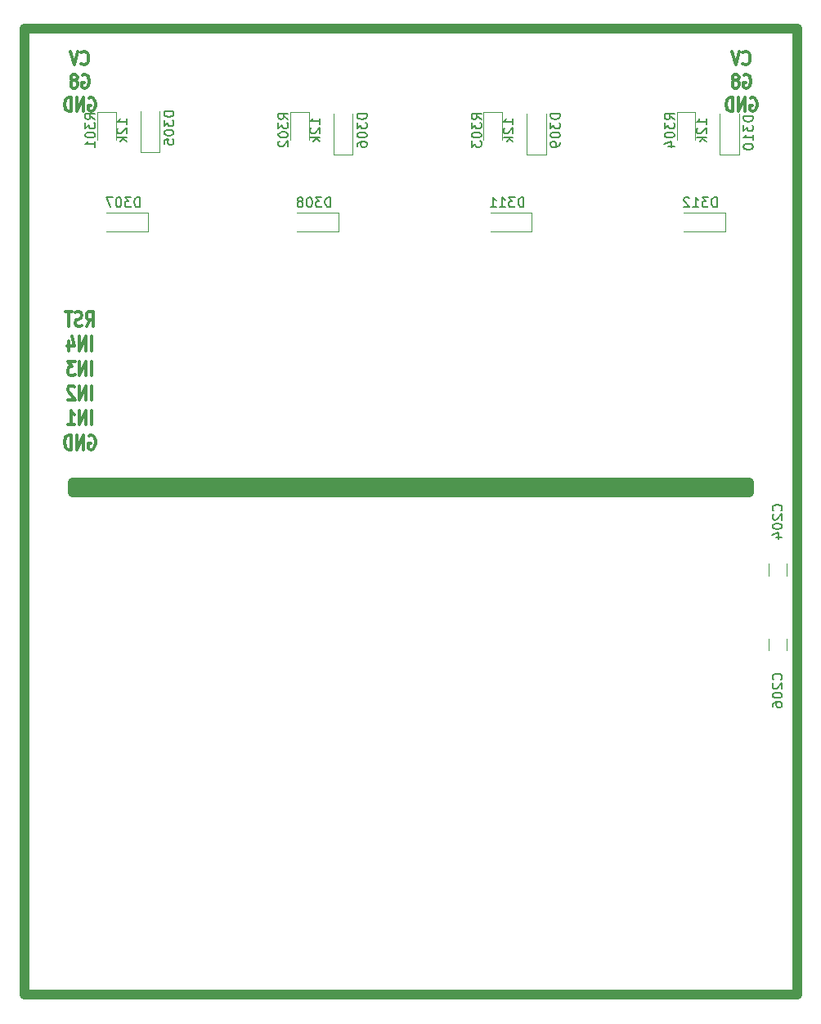
<source format=gbr>
%TF.GenerationSoftware,KiCad,Pcbnew,(5.1.0)-1*%
%TF.CreationDate,2019-09-30T23:49:38+02:00*%
%TF.ProjectId,KicadJE_SympleSeq,4b696361-644a-4455-9f53-796d706c6553,Rev A*%
%TF.SameCoordinates,Original*%
%TF.FileFunction,Legend,Bot*%
%TF.FilePolarity,Positive*%
%FSLAX46Y46*%
G04 Gerber Fmt 4.6, Leading zero omitted, Abs format (unit mm)*
G04 Created by KiCad (PCBNEW (5.1.0)-1) date 2019-09-30 23:49:38*
%MOMM*%
%LPD*%
G04 APERTURE LIST*
%ADD10C,0.300000*%
%ADD11C,1.000000*%
%ADD12C,0.120000*%
%ADD13C,0.150000*%
G04 APERTURE END LIST*
D10*
X174392857Y-53600000D02*
X174450000Y-53666666D01*
X174621428Y-53733333D01*
X174735714Y-53733333D01*
X174907142Y-53666666D01*
X175021428Y-53533333D01*
X175078571Y-53400000D01*
X175135714Y-53133333D01*
X175135714Y-52933333D01*
X175078571Y-52666666D01*
X175021428Y-52533333D01*
X174907142Y-52400000D01*
X174735714Y-52333333D01*
X174621428Y-52333333D01*
X174450000Y-52400000D01*
X174392857Y-52466666D01*
X174050000Y-52333333D02*
X173650000Y-53733333D01*
X173250000Y-52333333D01*
X174507142Y-54800000D02*
X174621428Y-54733333D01*
X174792857Y-54733333D01*
X174964285Y-54800000D01*
X175078571Y-54933333D01*
X175135714Y-55066666D01*
X175192857Y-55333333D01*
X175192857Y-55533333D01*
X175135714Y-55800000D01*
X175078571Y-55933333D01*
X174964285Y-56066666D01*
X174792857Y-56133333D01*
X174678571Y-56133333D01*
X174507142Y-56066666D01*
X174450000Y-56000000D01*
X174450000Y-55533333D01*
X174678571Y-55533333D01*
X173764285Y-55333333D02*
X173878571Y-55266666D01*
X173935714Y-55200000D01*
X173992857Y-55066666D01*
X173992857Y-55000000D01*
X173935714Y-54866666D01*
X173878571Y-54800000D01*
X173764285Y-54733333D01*
X173535714Y-54733333D01*
X173421428Y-54800000D01*
X173364285Y-54866666D01*
X173307142Y-55000000D01*
X173307142Y-55066666D01*
X173364285Y-55200000D01*
X173421428Y-55266666D01*
X173535714Y-55333333D01*
X173764285Y-55333333D01*
X173878571Y-55400000D01*
X173935714Y-55466666D01*
X173992857Y-55600000D01*
X173992857Y-55866666D01*
X173935714Y-56000000D01*
X173878571Y-56066666D01*
X173764285Y-56133333D01*
X173535714Y-56133333D01*
X173421428Y-56066666D01*
X173364285Y-56000000D01*
X173307142Y-55866666D01*
X173307142Y-55600000D01*
X173364285Y-55466666D01*
X173421428Y-55400000D01*
X173535714Y-55333333D01*
X175164285Y-57200000D02*
X175278571Y-57133333D01*
X175450000Y-57133333D01*
X175621428Y-57200000D01*
X175735714Y-57333333D01*
X175792857Y-57466666D01*
X175850000Y-57733333D01*
X175850000Y-57933333D01*
X175792857Y-58200000D01*
X175735714Y-58333333D01*
X175621428Y-58466666D01*
X175450000Y-58533333D01*
X175335714Y-58533333D01*
X175164285Y-58466666D01*
X175107142Y-58400000D01*
X175107142Y-57933333D01*
X175335714Y-57933333D01*
X174592857Y-58533333D02*
X174592857Y-57133333D01*
X173907142Y-58533333D01*
X173907142Y-57133333D01*
X173335714Y-58533333D02*
X173335714Y-57133333D01*
X173050000Y-57133333D01*
X172878571Y-57200000D01*
X172764285Y-57333333D01*
X172707142Y-57466666D01*
X172650000Y-57733333D01*
X172650000Y-57933333D01*
X172707142Y-58200000D01*
X172764285Y-58333333D01*
X172878571Y-58466666D01*
X173050000Y-58533333D01*
X173335714Y-58533333D01*
X105892857Y-53600000D02*
X105950000Y-53666666D01*
X106121428Y-53733333D01*
X106235714Y-53733333D01*
X106407142Y-53666666D01*
X106521428Y-53533333D01*
X106578571Y-53400000D01*
X106635714Y-53133333D01*
X106635714Y-52933333D01*
X106578571Y-52666666D01*
X106521428Y-52533333D01*
X106407142Y-52400000D01*
X106235714Y-52333333D01*
X106121428Y-52333333D01*
X105950000Y-52400000D01*
X105892857Y-52466666D01*
X105550000Y-52333333D02*
X105150000Y-53733333D01*
X104750000Y-52333333D01*
X106007142Y-54800000D02*
X106121428Y-54733333D01*
X106292857Y-54733333D01*
X106464285Y-54800000D01*
X106578571Y-54933333D01*
X106635714Y-55066666D01*
X106692857Y-55333333D01*
X106692857Y-55533333D01*
X106635714Y-55800000D01*
X106578571Y-55933333D01*
X106464285Y-56066666D01*
X106292857Y-56133333D01*
X106178571Y-56133333D01*
X106007142Y-56066666D01*
X105950000Y-56000000D01*
X105950000Y-55533333D01*
X106178571Y-55533333D01*
X105264285Y-55333333D02*
X105378571Y-55266666D01*
X105435714Y-55200000D01*
X105492857Y-55066666D01*
X105492857Y-55000000D01*
X105435714Y-54866666D01*
X105378571Y-54800000D01*
X105264285Y-54733333D01*
X105035714Y-54733333D01*
X104921428Y-54800000D01*
X104864285Y-54866666D01*
X104807142Y-55000000D01*
X104807142Y-55066666D01*
X104864285Y-55200000D01*
X104921428Y-55266666D01*
X105035714Y-55333333D01*
X105264285Y-55333333D01*
X105378571Y-55400000D01*
X105435714Y-55466666D01*
X105492857Y-55600000D01*
X105492857Y-55866666D01*
X105435714Y-56000000D01*
X105378571Y-56066666D01*
X105264285Y-56133333D01*
X105035714Y-56133333D01*
X104921428Y-56066666D01*
X104864285Y-56000000D01*
X104807142Y-55866666D01*
X104807142Y-55600000D01*
X104864285Y-55466666D01*
X104921428Y-55400000D01*
X105035714Y-55333333D01*
X106664285Y-57200000D02*
X106778571Y-57133333D01*
X106950000Y-57133333D01*
X107121428Y-57200000D01*
X107235714Y-57333333D01*
X107292857Y-57466666D01*
X107350000Y-57733333D01*
X107350000Y-57933333D01*
X107292857Y-58200000D01*
X107235714Y-58333333D01*
X107121428Y-58466666D01*
X106950000Y-58533333D01*
X106835714Y-58533333D01*
X106664285Y-58466666D01*
X106607142Y-58400000D01*
X106607142Y-57933333D01*
X106835714Y-57933333D01*
X106092857Y-58533333D02*
X106092857Y-57133333D01*
X105407142Y-58533333D01*
X105407142Y-57133333D01*
X104835714Y-58533333D02*
X104835714Y-57133333D01*
X104550000Y-57133333D01*
X104378571Y-57200000D01*
X104264285Y-57333333D01*
X104207142Y-57466666D01*
X104150000Y-57733333D01*
X104150000Y-57933333D01*
X104207142Y-58200000D01*
X104264285Y-58333333D01*
X104378571Y-58466666D01*
X104550000Y-58533333D01*
X104835714Y-58533333D01*
X106407142Y-80803571D02*
X106807142Y-80089285D01*
X107092857Y-80803571D02*
X107092857Y-79303571D01*
X106635714Y-79303571D01*
X106521428Y-79375000D01*
X106464285Y-79446428D01*
X106407142Y-79589285D01*
X106407142Y-79803571D01*
X106464285Y-79946428D01*
X106521428Y-80017857D01*
X106635714Y-80089285D01*
X107092857Y-80089285D01*
X105950000Y-80732142D02*
X105778571Y-80803571D01*
X105492857Y-80803571D01*
X105378571Y-80732142D01*
X105321428Y-80660714D01*
X105264285Y-80517857D01*
X105264285Y-80375000D01*
X105321428Y-80232142D01*
X105378571Y-80160714D01*
X105492857Y-80089285D01*
X105721428Y-80017857D01*
X105835714Y-79946428D01*
X105892857Y-79875000D01*
X105950000Y-79732142D01*
X105950000Y-79589285D01*
X105892857Y-79446428D01*
X105835714Y-79375000D01*
X105721428Y-79303571D01*
X105435714Y-79303571D01*
X105264285Y-79375000D01*
X104921428Y-79303571D02*
X104235714Y-79303571D01*
X104578571Y-80803571D02*
X104578571Y-79303571D01*
X106950000Y-83353571D02*
X106950000Y-81853571D01*
X106378571Y-83353571D02*
X106378571Y-81853571D01*
X105692857Y-83353571D01*
X105692857Y-81853571D01*
X104607142Y-82353571D02*
X104607142Y-83353571D01*
X104892857Y-81782142D02*
X105178571Y-82853571D01*
X104435714Y-82853571D01*
X106950000Y-85903571D02*
X106950000Y-84403571D01*
X106378571Y-85903571D02*
X106378571Y-84403571D01*
X105692857Y-85903571D01*
X105692857Y-84403571D01*
X105235714Y-84403571D02*
X104492857Y-84403571D01*
X104892857Y-84975000D01*
X104721428Y-84975000D01*
X104607142Y-85046428D01*
X104550000Y-85117857D01*
X104492857Y-85260714D01*
X104492857Y-85617857D01*
X104550000Y-85760714D01*
X104607142Y-85832142D01*
X104721428Y-85903571D01*
X105064285Y-85903571D01*
X105178571Y-85832142D01*
X105235714Y-85760714D01*
X106950000Y-88453571D02*
X106950000Y-86953571D01*
X106378571Y-88453571D02*
X106378571Y-86953571D01*
X105692857Y-88453571D01*
X105692857Y-86953571D01*
X105178571Y-87096428D02*
X105121428Y-87025000D01*
X105007142Y-86953571D01*
X104721428Y-86953571D01*
X104607142Y-87025000D01*
X104550000Y-87096428D01*
X104492857Y-87239285D01*
X104492857Y-87382142D01*
X104550000Y-87596428D01*
X105235714Y-88453571D01*
X104492857Y-88453571D01*
X106950000Y-91003571D02*
X106950000Y-89503571D01*
X106378571Y-91003571D02*
X106378571Y-89503571D01*
X105692857Y-91003571D01*
X105692857Y-89503571D01*
X104492857Y-91003571D02*
X105178571Y-91003571D01*
X104835714Y-91003571D02*
X104835714Y-89503571D01*
X104950000Y-89717857D01*
X105064285Y-89860714D01*
X105178571Y-89932142D01*
X106664285Y-92125000D02*
X106778571Y-92053571D01*
X106950000Y-92053571D01*
X107121428Y-92125000D01*
X107235714Y-92267857D01*
X107292857Y-92410714D01*
X107350000Y-92696428D01*
X107350000Y-92910714D01*
X107292857Y-93196428D01*
X107235714Y-93339285D01*
X107121428Y-93482142D01*
X106950000Y-93553571D01*
X106835714Y-93553571D01*
X106664285Y-93482142D01*
X106607142Y-93410714D01*
X106607142Y-92910714D01*
X106835714Y-92910714D01*
X106092857Y-93553571D02*
X106092857Y-92053571D01*
X105407142Y-93553571D01*
X105407142Y-92053571D01*
X104835714Y-93553571D02*
X104835714Y-92053571D01*
X104550000Y-92053571D01*
X104378571Y-92125000D01*
X104264285Y-92267857D01*
X104207142Y-92410714D01*
X104150000Y-92696428D01*
X104150000Y-92910714D01*
X104207142Y-93196428D01*
X104264285Y-93339285D01*
X104378571Y-93482142D01*
X104550000Y-93553571D01*
X104835714Y-93553571D01*
D11*
X105000000Y-96950000D02*
X105000000Y-97950000D01*
X175000000Y-96950000D02*
X175000000Y-97950000D01*
X105000000Y-96950000D02*
X175000000Y-96950000D01*
X175000000Y-97950000D02*
X105000000Y-97950000D01*
X180000000Y-50000000D02*
X100000000Y-50000000D01*
X180000000Y-150000000D02*
X180000000Y-50000000D01*
X100000000Y-150000000D02*
X180000000Y-150000000D01*
X100000000Y-50000000D02*
X100000000Y-150000000D01*
D12*
X177090000Y-105397936D02*
X177090000Y-106602064D01*
X178910000Y-105397936D02*
X178910000Y-106602064D01*
X177090000Y-113147936D02*
X177090000Y-114352064D01*
X178910000Y-113147936D02*
X178910000Y-114352064D01*
X109460000Y-58640000D02*
X109460000Y-61500000D01*
X107540000Y-58640000D02*
X109460000Y-58640000D01*
X107540000Y-61500000D02*
X107540000Y-58640000D01*
X127540000Y-61475000D02*
X127540000Y-58615000D01*
X127540000Y-58615000D02*
X129460000Y-58615000D01*
X129460000Y-58615000D02*
X129460000Y-61475000D01*
X149460000Y-58640000D02*
X149460000Y-61500000D01*
X147540000Y-58640000D02*
X149460000Y-58640000D01*
X147540000Y-61500000D02*
X147540000Y-58640000D01*
X167540000Y-61500000D02*
X167540000Y-58640000D01*
X167540000Y-58640000D02*
X169460000Y-58640000D01*
X169460000Y-58640000D02*
X169460000Y-61500000D01*
X114000000Y-58500000D02*
X114000000Y-62800000D01*
X114000000Y-62800000D02*
X112000000Y-62800000D01*
X112000000Y-62800000D02*
X112000000Y-58500000D01*
X132000000Y-63050000D02*
X132000000Y-58750000D01*
X134000000Y-63050000D02*
X132000000Y-63050000D01*
X134000000Y-58750000D02*
X134000000Y-63050000D01*
X108500000Y-69000000D02*
X112800000Y-69000000D01*
X112800000Y-69000000D02*
X112800000Y-71000000D01*
X112800000Y-71000000D02*
X108500000Y-71000000D01*
X132550000Y-71000000D02*
X128250000Y-71000000D01*
X132550000Y-69000000D02*
X132550000Y-71000000D01*
X128250000Y-69000000D02*
X132550000Y-69000000D01*
X152000000Y-63050000D02*
X152000000Y-58750000D01*
X154000000Y-63050000D02*
X152000000Y-63050000D01*
X154000000Y-58750000D02*
X154000000Y-63050000D01*
X174000000Y-58750000D02*
X174000000Y-63050000D01*
X174000000Y-63050000D02*
X172000000Y-63050000D01*
X172000000Y-63050000D02*
X172000000Y-58750000D01*
X152550000Y-71000000D02*
X148250000Y-71000000D01*
X152550000Y-69000000D02*
X152550000Y-71000000D01*
X148250000Y-69000000D02*
X152550000Y-69000000D01*
X168250000Y-69000000D02*
X172550000Y-69000000D01*
X172550000Y-69000000D02*
X172550000Y-71000000D01*
X172550000Y-71000000D02*
X168250000Y-71000000D01*
D13*
X178357142Y-99880952D02*
X178404761Y-99833333D01*
X178452380Y-99690476D01*
X178452380Y-99595238D01*
X178404761Y-99452380D01*
X178309523Y-99357142D01*
X178214285Y-99309523D01*
X178023809Y-99261904D01*
X177880952Y-99261904D01*
X177690476Y-99309523D01*
X177595238Y-99357142D01*
X177500000Y-99452380D01*
X177452380Y-99595238D01*
X177452380Y-99690476D01*
X177500000Y-99833333D01*
X177547619Y-99880952D01*
X177547619Y-100261904D02*
X177500000Y-100309523D01*
X177452380Y-100404761D01*
X177452380Y-100642857D01*
X177500000Y-100738095D01*
X177547619Y-100785714D01*
X177642857Y-100833333D01*
X177738095Y-100833333D01*
X177880952Y-100785714D01*
X178452380Y-100214285D01*
X178452380Y-100833333D01*
X177452380Y-101452380D02*
X177452380Y-101547619D01*
X177500000Y-101642857D01*
X177547619Y-101690476D01*
X177642857Y-101738095D01*
X177833333Y-101785714D01*
X178071428Y-101785714D01*
X178261904Y-101738095D01*
X178357142Y-101690476D01*
X178404761Y-101642857D01*
X178452380Y-101547619D01*
X178452380Y-101452380D01*
X178404761Y-101357142D01*
X178357142Y-101309523D01*
X178261904Y-101261904D01*
X178071428Y-101214285D01*
X177833333Y-101214285D01*
X177642857Y-101261904D01*
X177547619Y-101309523D01*
X177500000Y-101357142D01*
X177452380Y-101452380D01*
X177785714Y-102642857D02*
X178452380Y-102642857D01*
X177404761Y-102404761D02*
X178119047Y-102166666D01*
X178119047Y-102785714D01*
X178357142Y-117380952D02*
X178404761Y-117333333D01*
X178452380Y-117190476D01*
X178452380Y-117095238D01*
X178404761Y-116952380D01*
X178309523Y-116857142D01*
X178214285Y-116809523D01*
X178023809Y-116761904D01*
X177880952Y-116761904D01*
X177690476Y-116809523D01*
X177595238Y-116857142D01*
X177500000Y-116952380D01*
X177452380Y-117095238D01*
X177452380Y-117190476D01*
X177500000Y-117333333D01*
X177547619Y-117380952D01*
X177547619Y-117761904D02*
X177500000Y-117809523D01*
X177452380Y-117904761D01*
X177452380Y-118142857D01*
X177500000Y-118238095D01*
X177547619Y-118285714D01*
X177642857Y-118333333D01*
X177738095Y-118333333D01*
X177880952Y-118285714D01*
X178452380Y-117714285D01*
X178452380Y-118333333D01*
X177452380Y-118952380D02*
X177452380Y-119047619D01*
X177500000Y-119142857D01*
X177547619Y-119190476D01*
X177642857Y-119238095D01*
X177833333Y-119285714D01*
X178071428Y-119285714D01*
X178261904Y-119238095D01*
X178357142Y-119190476D01*
X178404761Y-119142857D01*
X178452380Y-119047619D01*
X178452380Y-118952380D01*
X178404761Y-118857142D01*
X178357142Y-118809523D01*
X178261904Y-118761904D01*
X178071428Y-118714285D01*
X177833333Y-118714285D01*
X177642857Y-118761904D01*
X177547619Y-118809523D01*
X177500000Y-118857142D01*
X177452380Y-118952380D01*
X177452380Y-120142857D02*
X177452380Y-119952380D01*
X177500000Y-119857142D01*
X177547619Y-119809523D01*
X177690476Y-119714285D01*
X177880952Y-119666666D01*
X178261904Y-119666666D01*
X178357142Y-119714285D01*
X178404761Y-119761904D01*
X178452380Y-119857142D01*
X178452380Y-120047619D01*
X178404761Y-120142857D01*
X178357142Y-120190476D01*
X178261904Y-120238095D01*
X178023809Y-120238095D01*
X177928571Y-120190476D01*
X177880952Y-120142857D01*
X177833333Y-120047619D01*
X177833333Y-119857142D01*
X177880952Y-119761904D01*
X177928571Y-119714285D01*
X178023809Y-119666666D01*
X107302380Y-59380952D02*
X106826190Y-59047619D01*
X107302380Y-58809523D02*
X106302380Y-58809523D01*
X106302380Y-59190476D01*
X106350000Y-59285714D01*
X106397619Y-59333333D01*
X106492857Y-59380952D01*
X106635714Y-59380952D01*
X106730952Y-59333333D01*
X106778571Y-59285714D01*
X106826190Y-59190476D01*
X106826190Y-58809523D01*
X106302380Y-59714285D02*
X106302380Y-60333333D01*
X106683333Y-60000000D01*
X106683333Y-60142857D01*
X106730952Y-60238095D01*
X106778571Y-60285714D01*
X106873809Y-60333333D01*
X107111904Y-60333333D01*
X107207142Y-60285714D01*
X107254761Y-60238095D01*
X107302380Y-60142857D01*
X107302380Y-59857142D01*
X107254761Y-59761904D01*
X107207142Y-59714285D01*
X106302380Y-60952380D02*
X106302380Y-61047619D01*
X106350000Y-61142857D01*
X106397619Y-61190476D01*
X106492857Y-61238095D01*
X106683333Y-61285714D01*
X106921428Y-61285714D01*
X107111904Y-61238095D01*
X107207142Y-61190476D01*
X107254761Y-61142857D01*
X107302380Y-61047619D01*
X107302380Y-60952380D01*
X107254761Y-60857142D01*
X107207142Y-60809523D01*
X107111904Y-60761904D01*
X106921428Y-60714285D01*
X106683333Y-60714285D01*
X106492857Y-60761904D01*
X106397619Y-60809523D01*
X106350000Y-60857142D01*
X106302380Y-60952380D01*
X107302380Y-62238095D02*
X107302380Y-61666666D01*
X107302380Y-61952380D02*
X106302380Y-61952380D01*
X106445238Y-61857142D01*
X106540476Y-61761904D01*
X106588095Y-61666666D01*
X110602380Y-59904761D02*
X110602380Y-59333333D01*
X110602380Y-59619047D02*
X109602380Y-59619047D01*
X109745238Y-59523809D01*
X109840476Y-59428571D01*
X109888095Y-59333333D01*
X109697619Y-60285714D02*
X109650000Y-60333333D01*
X109602380Y-60428571D01*
X109602380Y-60666666D01*
X109650000Y-60761904D01*
X109697619Y-60809523D01*
X109792857Y-60857142D01*
X109888095Y-60857142D01*
X110030952Y-60809523D01*
X110602380Y-60238095D01*
X110602380Y-60857142D01*
X110602380Y-61285714D02*
X109602380Y-61285714D01*
X110221428Y-61380952D02*
X110602380Y-61666666D01*
X109935714Y-61666666D02*
X110316666Y-61285714D01*
X127302380Y-59355952D02*
X126826190Y-59022619D01*
X127302380Y-58784523D02*
X126302380Y-58784523D01*
X126302380Y-59165476D01*
X126350000Y-59260714D01*
X126397619Y-59308333D01*
X126492857Y-59355952D01*
X126635714Y-59355952D01*
X126730952Y-59308333D01*
X126778571Y-59260714D01*
X126826190Y-59165476D01*
X126826190Y-58784523D01*
X126302380Y-59689285D02*
X126302380Y-60308333D01*
X126683333Y-59975000D01*
X126683333Y-60117857D01*
X126730952Y-60213095D01*
X126778571Y-60260714D01*
X126873809Y-60308333D01*
X127111904Y-60308333D01*
X127207142Y-60260714D01*
X127254761Y-60213095D01*
X127302380Y-60117857D01*
X127302380Y-59832142D01*
X127254761Y-59736904D01*
X127207142Y-59689285D01*
X126302380Y-60927380D02*
X126302380Y-61022619D01*
X126350000Y-61117857D01*
X126397619Y-61165476D01*
X126492857Y-61213095D01*
X126683333Y-61260714D01*
X126921428Y-61260714D01*
X127111904Y-61213095D01*
X127207142Y-61165476D01*
X127254761Y-61117857D01*
X127302380Y-61022619D01*
X127302380Y-60927380D01*
X127254761Y-60832142D01*
X127207142Y-60784523D01*
X127111904Y-60736904D01*
X126921428Y-60689285D01*
X126683333Y-60689285D01*
X126492857Y-60736904D01*
X126397619Y-60784523D01*
X126350000Y-60832142D01*
X126302380Y-60927380D01*
X126397619Y-61641666D02*
X126350000Y-61689285D01*
X126302380Y-61784523D01*
X126302380Y-62022619D01*
X126350000Y-62117857D01*
X126397619Y-62165476D01*
X126492857Y-62213095D01*
X126588095Y-62213095D01*
X126730952Y-62165476D01*
X127302380Y-61594047D01*
X127302380Y-62213095D01*
X130602380Y-59879761D02*
X130602380Y-59308333D01*
X130602380Y-59594047D02*
X129602380Y-59594047D01*
X129745238Y-59498809D01*
X129840476Y-59403571D01*
X129888095Y-59308333D01*
X129697619Y-60260714D02*
X129650000Y-60308333D01*
X129602380Y-60403571D01*
X129602380Y-60641666D01*
X129650000Y-60736904D01*
X129697619Y-60784523D01*
X129792857Y-60832142D01*
X129888095Y-60832142D01*
X130030952Y-60784523D01*
X130602380Y-60213095D01*
X130602380Y-60832142D01*
X130602380Y-61260714D02*
X129602380Y-61260714D01*
X130221428Y-61355952D02*
X130602380Y-61641666D01*
X129935714Y-61641666D02*
X130316666Y-61260714D01*
X147302380Y-59380952D02*
X146826190Y-59047619D01*
X147302380Y-58809523D02*
X146302380Y-58809523D01*
X146302380Y-59190476D01*
X146350000Y-59285714D01*
X146397619Y-59333333D01*
X146492857Y-59380952D01*
X146635714Y-59380952D01*
X146730952Y-59333333D01*
X146778571Y-59285714D01*
X146826190Y-59190476D01*
X146826190Y-58809523D01*
X146302380Y-59714285D02*
X146302380Y-60333333D01*
X146683333Y-60000000D01*
X146683333Y-60142857D01*
X146730952Y-60238095D01*
X146778571Y-60285714D01*
X146873809Y-60333333D01*
X147111904Y-60333333D01*
X147207142Y-60285714D01*
X147254761Y-60238095D01*
X147302380Y-60142857D01*
X147302380Y-59857142D01*
X147254761Y-59761904D01*
X147207142Y-59714285D01*
X146302380Y-60952380D02*
X146302380Y-61047619D01*
X146350000Y-61142857D01*
X146397619Y-61190476D01*
X146492857Y-61238095D01*
X146683333Y-61285714D01*
X146921428Y-61285714D01*
X147111904Y-61238095D01*
X147207142Y-61190476D01*
X147254761Y-61142857D01*
X147302380Y-61047619D01*
X147302380Y-60952380D01*
X147254761Y-60857142D01*
X147207142Y-60809523D01*
X147111904Y-60761904D01*
X146921428Y-60714285D01*
X146683333Y-60714285D01*
X146492857Y-60761904D01*
X146397619Y-60809523D01*
X146350000Y-60857142D01*
X146302380Y-60952380D01*
X146302380Y-61619047D02*
X146302380Y-62238095D01*
X146683333Y-61904761D01*
X146683333Y-62047619D01*
X146730952Y-62142857D01*
X146778571Y-62190476D01*
X146873809Y-62238095D01*
X147111904Y-62238095D01*
X147207142Y-62190476D01*
X147254761Y-62142857D01*
X147302380Y-62047619D01*
X147302380Y-61761904D01*
X147254761Y-61666666D01*
X147207142Y-61619047D01*
X150602380Y-59904761D02*
X150602380Y-59333333D01*
X150602380Y-59619047D02*
X149602380Y-59619047D01*
X149745238Y-59523809D01*
X149840476Y-59428571D01*
X149888095Y-59333333D01*
X149697619Y-60285714D02*
X149650000Y-60333333D01*
X149602380Y-60428571D01*
X149602380Y-60666666D01*
X149650000Y-60761904D01*
X149697619Y-60809523D01*
X149792857Y-60857142D01*
X149888095Y-60857142D01*
X150030952Y-60809523D01*
X150602380Y-60238095D01*
X150602380Y-60857142D01*
X150602380Y-61285714D02*
X149602380Y-61285714D01*
X150221428Y-61380952D02*
X150602380Y-61666666D01*
X149935714Y-61666666D02*
X150316666Y-61285714D01*
X167302380Y-59380952D02*
X166826190Y-59047619D01*
X167302380Y-58809523D02*
X166302380Y-58809523D01*
X166302380Y-59190476D01*
X166350000Y-59285714D01*
X166397619Y-59333333D01*
X166492857Y-59380952D01*
X166635714Y-59380952D01*
X166730952Y-59333333D01*
X166778571Y-59285714D01*
X166826190Y-59190476D01*
X166826190Y-58809523D01*
X166302380Y-59714285D02*
X166302380Y-60333333D01*
X166683333Y-60000000D01*
X166683333Y-60142857D01*
X166730952Y-60238095D01*
X166778571Y-60285714D01*
X166873809Y-60333333D01*
X167111904Y-60333333D01*
X167207142Y-60285714D01*
X167254761Y-60238095D01*
X167302380Y-60142857D01*
X167302380Y-59857142D01*
X167254761Y-59761904D01*
X167207142Y-59714285D01*
X166302380Y-60952380D02*
X166302380Y-61047619D01*
X166350000Y-61142857D01*
X166397619Y-61190476D01*
X166492857Y-61238095D01*
X166683333Y-61285714D01*
X166921428Y-61285714D01*
X167111904Y-61238095D01*
X167207142Y-61190476D01*
X167254761Y-61142857D01*
X167302380Y-61047619D01*
X167302380Y-60952380D01*
X167254761Y-60857142D01*
X167207142Y-60809523D01*
X167111904Y-60761904D01*
X166921428Y-60714285D01*
X166683333Y-60714285D01*
X166492857Y-60761904D01*
X166397619Y-60809523D01*
X166350000Y-60857142D01*
X166302380Y-60952380D01*
X166635714Y-62142857D02*
X167302380Y-62142857D01*
X166254761Y-61904761D02*
X166969047Y-61666666D01*
X166969047Y-62285714D01*
X170602380Y-59904761D02*
X170602380Y-59333333D01*
X170602380Y-59619047D02*
X169602380Y-59619047D01*
X169745238Y-59523809D01*
X169840476Y-59428571D01*
X169888095Y-59333333D01*
X169697619Y-60285714D02*
X169650000Y-60333333D01*
X169602380Y-60428571D01*
X169602380Y-60666666D01*
X169650000Y-60761904D01*
X169697619Y-60809523D01*
X169792857Y-60857142D01*
X169888095Y-60857142D01*
X170030952Y-60809523D01*
X170602380Y-60238095D01*
X170602380Y-60857142D01*
X170602380Y-61285714D02*
X169602380Y-61285714D01*
X170221428Y-61380952D02*
X170602380Y-61666666D01*
X169935714Y-61666666D02*
X170316666Y-61285714D01*
X115452380Y-58559523D02*
X114452380Y-58559523D01*
X114452380Y-58797619D01*
X114500000Y-58940476D01*
X114595238Y-59035714D01*
X114690476Y-59083333D01*
X114880952Y-59130952D01*
X115023809Y-59130952D01*
X115214285Y-59083333D01*
X115309523Y-59035714D01*
X115404761Y-58940476D01*
X115452380Y-58797619D01*
X115452380Y-58559523D01*
X114452380Y-59464285D02*
X114452380Y-60083333D01*
X114833333Y-59750000D01*
X114833333Y-59892857D01*
X114880952Y-59988095D01*
X114928571Y-60035714D01*
X115023809Y-60083333D01*
X115261904Y-60083333D01*
X115357142Y-60035714D01*
X115404761Y-59988095D01*
X115452380Y-59892857D01*
X115452380Y-59607142D01*
X115404761Y-59511904D01*
X115357142Y-59464285D01*
X114452380Y-60702380D02*
X114452380Y-60797619D01*
X114500000Y-60892857D01*
X114547619Y-60940476D01*
X114642857Y-60988095D01*
X114833333Y-61035714D01*
X115071428Y-61035714D01*
X115261904Y-60988095D01*
X115357142Y-60940476D01*
X115404761Y-60892857D01*
X115452380Y-60797619D01*
X115452380Y-60702380D01*
X115404761Y-60607142D01*
X115357142Y-60559523D01*
X115261904Y-60511904D01*
X115071428Y-60464285D01*
X114833333Y-60464285D01*
X114642857Y-60511904D01*
X114547619Y-60559523D01*
X114500000Y-60607142D01*
X114452380Y-60702380D01*
X114452380Y-61940476D02*
X114452380Y-61464285D01*
X114928571Y-61416666D01*
X114880952Y-61464285D01*
X114833333Y-61559523D01*
X114833333Y-61797619D01*
X114880952Y-61892857D01*
X114928571Y-61940476D01*
X115023809Y-61988095D01*
X115261904Y-61988095D01*
X115357142Y-61940476D01*
X115404761Y-61892857D01*
X115452380Y-61797619D01*
X115452380Y-61559523D01*
X115404761Y-61464285D01*
X115357142Y-61416666D01*
X135452380Y-58809523D02*
X134452380Y-58809523D01*
X134452380Y-59047619D01*
X134500000Y-59190476D01*
X134595238Y-59285714D01*
X134690476Y-59333333D01*
X134880952Y-59380952D01*
X135023809Y-59380952D01*
X135214285Y-59333333D01*
X135309523Y-59285714D01*
X135404761Y-59190476D01*
X135452380Y-59047619D01*
X135452380Y-58809523D01*
X134452380Y-59714285D02*
X134452380Y-60333333D01*
X134833333Y-60000000D01*
X134833333Y-60142857D01*
X134880952Y-60238095D01*
X134928571Y-60285714D01*
X135023809Y-60333333D01*
X135261904Y-60333333D01*
X135357142Y-60285714D01*
X135404761Y-60238095D01*
X135452380Y-60142857D01*
X135452380Y-59857142D01*
X135404761Y-59761904D01*
X135357142Y-59714285D01*
X134452380Y-60952380D02*
X134452380Y-61047619D01*
X134500000Y-61142857D01*
X134547619Y-61190476D01*
X134642857Y-61238095D01*
X134833333Y-61285714D01*
X135071428Y-61285714D01*
X135261904Y-61238095D01*
X135357142Y-61190476D01*
X135404761Y-61142857D01*
X135452380Y-61047619D01*
X135452380Y-60952380D01*
X135404761Y-60857142D01*
X135357142Y-60809523D01*
X135261904Y-60761904D01*
X135071428Y-60714285D01*
X134833333Y-60714285D01*
X134642857Y-60761904D01*
X134547619Y-60809523D01*
X134500000Y-60857142D01*
X134452380Y-60952380D01*
X134452380Y-62142857D02*
X134452380Y-61952380D01*
X134500000Y-61857142D01*
X134547619Y-61809523D01*
X134690476Y-61714285D01*
X134880952Y-61666666D01*
X135261904Y-61666666D01*
X135357142Y-61714285D01*
X135404761Y-61761904D01*
X135452380Y-61857142D01*
X135452380Y-62047619D01*
X135404761Y-62142857D01*
X135357142Y-62190476D01*
X135261904Y-62238095D01*
X135023809Y-62238095D01*
X134928571Y-62190476D01*
X134880952Y-62142857D01*
X134833333Y-62047619D01*
X134833333Y-61857142D01*
X134880952Y-61761904D01*
X134928571Y-61714285D01*
X135023809Y-61666666D01*
X111940476Y-68452380D02*
X111940476Y-67452380D01*
X111702380Y-67452380D01*
X111559523Y-67500000D01*
X111464285Y-67595238D01*
X111416666Y-67690476D01*
X111369047Y-67880952D01*
X111369047Y-68023809D01*
X111416666Y-68214285D01*
X111464285Y-68309523D01*
X111559523Y-68404761D01*
X111702380Y-68452380D01*
X111940476Y-68452380D01*
X111035714Y-67452380D02*
X110416666Y-67452380D01*
X110750000Y-67833333D01*
X110607142Y-67833333D01*
X110511904Y-67880952D01*
X110464285Y-67928571D01*
X110416666Y-68023809D01*
X110416666Y-68261904D01*
X110464285Y-68357142D01*
X110511904Y-68404761D01*
X110607142Y-68452380D01*
X110892857Y-68452380D01*
X110988095Y-68404761D01*
X111035714Y-68357142D01*
X109797619Y-67452380D02*
X109702380Y-67452380D01*
X109607142Y-67500000D01*
X109559523Y-67547619D01*
X109511904Y-67642857D01*
X109464285Y-67833333D01*
X109464285Y-68071428D01*
X109511904Y-68261904D01*
X109559523Y-68357142D01*
X109607142Y-68404761D01*
X109702380Y-68452380D01*
X109797619Y-68452380D01*
X109892857Y-68404761D01*
X109940476Y-68357142D01*
X109988095Y-68261904D01*
X110035714Y-68071428D01*
X110035714Y-67833333D01*
X109988095Y-67642857D01*
X109940476Y-67547619D01*
X109892857Y-67500000D01*
X109797619Y-67452380D01*
X109130952Y-67452380D02*
X108464285Y-67452380D01*
X108892857Y-68452380D01*
X131690476Y-68452380D02*
X131690476Y-67452380D01*
X131452380Y-67452380D01*
X131309523Y-67500000D01*
X131214285Y-67595238D01*
X131166666Y-67690476D01*
X131119047Y-67880952D01*
X131119047Y-68023809D01*
X131166666Y-68214285D01*
X131214285Y-68309523D01*
X131309523Y-68404761D01*
X131452380Y-68452380D01*
X131690476Y-68452380D01*
X130785714Y-67452380D02*
X130166666Y-67452380D01*
X130500000Y-67833333D01*
X130357142Y-67833333D01*
X130261904Y-67880952D01*
X130214285Y-67928571D01*
X130166666Y-68023809D01*
X130166666Y-68261904D01*
X130214285Y-68357142D01*
X130261904Y-68404761D01*
X130357142Y-68452380D01*
X130642857Y-68452380D01*
X130738095Y-68404761D01*
X130785714Y-68357142D01*
X129547619Y-67452380D02*
X129452380Y-67452380D01*
X129357142Y-67500000D01*
X129309523Y-67547619D01*
X129261904Y-67642857D01*
X129214285Y-67833333D01*
X129214285Y-68071428D01*
X129261904Y-68261904D01*
X129309523Y-68357142D01*
X129357142Y-68404761D01*
X129452380Y-68452380D01*
X129547619Y-68452380D01*
X129642857Y-68404761D01*
X129690476Y-68357142D01*
X129738095Y-68261904D01*
X129785714Y-68071428D01*
X129785714Y-67833333D01*
X129738095Y-67642857D01*
X129690476Y-67547619D01*
X129642857Y-67500000D01*
X129547619Y-67452380D01*
X128642857Y-67880952D02*
X128738095Y-67833333D01*
X128785714Y-67785714D01*
X128833333Y-67690476D01*
X128833333Y-67642857D01*
X128785714Y-67547619D01*
X128738095Y-67500000D01*
X128642857Y-67452380D01*
X128452380Y-67452380D01*
X128357142Y-67500000D01*
X128309523Y-67547619D01*
X128261904Y-67642857D01*
X128261904Y-67690476D01*
X128309523Y-67785714D01*
X128357142Y-67833333D01*
X128452380Y-67880952D01*
X128642857Y-67880952D01*
X128738095Y-67928571D01*
X128785714Y-67976190D01*
X128833333Y-68071428D01*
X128833333Y-68261904D01*
X128785714Y-68357142D01*
X128738095Y-68404761D01*
X128642857Y-68452380D01*
X128452380Y-68452380D01*
X128357142Y-68404761D01*
X128309523Y-68357142D01*
X128261904Y-68261904D01*
X128261904Y-68071428D01*
X128309523Y-67976190D01*
X128357142Y-67928571D01*
X128452380Y-67880952D01*
X155452380Y-58809523D02*
X154452380Y-58809523D01*
X154452380Y-59047619D01*
X154500000Y-59190476D01*
X154595238Y-59285714D01*
X154690476Y-59333333D01*
X154880952Y-59380952D01*
X155023809Y-59380952D01*
X155214285Y-59333333D01*
X155309523Y-59285714D01*
X155404761Y-59190476D01*
X155452380Y-59047619D01*
X155452380Y-58809523D01*
X154452380Y-59714285D02*
X154452380Y-60333333D01*
X154833333Y-60000000D01*
X154833333Y-60142857D01*
X154880952Y-60238095D01*
X154928571Y-60285714D01*
X155023809Y-60333333D01*
X155261904Y-60333333D01*
X155357142Y-60285714D01*
X155404761Y-60238095D01*
X155452380Y-60142857D01*
X155452380Y-59857142D01*
X155404761Y-59761904D01*
X155357142Y-59714285D01*
X154452380Y-60952380D02*
X154452380Y-61047619D01*
X154500000Y-61142857D01*
X154547619Y-61190476D01*
X154642857Y-61238095D01*
X154833333Y-61285714D01*
X155071428Y-61285714D01*
X155261904Y-61238095D01*
X155357142Y-61190476D01*
X155404761Y-61142857D01*
X155452380Y-61047619D01*
X155452380Y-60952380D01*
X155404761Y-60857142D01*
X155357142Y-60809523D01*
X155261904Y-60761904D01*
X155071428Y-60714285D01*
X154833333Y-60714285D01*
X154642857Y-60761904D01*
X154547619Y-60809523D01*
X154500000Y-60857142D01*
X154452380Y-60952380D01*
X155452380Y-61761904D02*
X155452380Y-61952380D01*
X155404761Y-62047619D01*
X155357142Y-62095238D01*
X155214285Y-62190476D01*
X155023809Y-62238095D01*
X154642857Y-62238095D01*
X154547619Y-62190476D01*
X154500000Y-62142857D01*
X154452380Y-62047619D01*
X154452380Y-61857142D01*
X154500000Y-61761904D01*
X154547619Y-61714285D01*
X154642857Y-61666666D01*
X154880952Y-61666666D01*
X154976190Y-61714285D01*
X155023809Y-61761904D01*
X155071428Y-61857142D01*
X155071428Y-62047619D01*
X155023809Y-62142857D01*
X154976190Y-62190476D01*
X154880952Y-62238095D01*
X175452380Y-59059523D02*
X174452380Y-59059523D01*
X174452380Y-59297619D01*
X174500000Y-59440476D01*
X174595238Y-59535714D01*
X174690476Y-59583333D01*
X174880952Y-59630952D01*
X175023809Y-59630952D01*
X175214285Y-59583333D01*
X175309523Y-59535714D01*
X175404761Y-59440476D01*
X175452380Y-59297619D01*
X175452380Y-59059523D01*
X174452380Y-59964285D02*
X174452380Y-60583333D01*
X174833333Y-60250000D01*
X174833333Y-60392857D01*
X174880952Y-60488095D01*
X174928571Y-60535714D01*
X175023809Y-60583333D01*
X175261904Y-60583333D01*
X175357142Y-60535714D01*
X175404761Y-60488095D01*
X175452380Y-60392857D01*
X175452380Y-60107142D01*
X175404761Y-60011904D01*
X175357142Y-59964285D01*
X175452380Y-61535714D02*
X175452380Y-60964285D01*
X175452380Y-61250000D02*
X174452380Y-61250000D01*
X174595238Y-61154761D01*
X174690476Y-61059523D01*
X174738095Y-60964285D01*
X174452380Y-62154761D02*
X174452380Y-62250000D01*
X174500000Y-62345238D01*
X174547619Y-62392857D01*
X174642857Y-62440476D01*
X174833333Y-62488095D01*
X175071428Y-62488095D01*
X175261904Y-62440476D01*
X175357142Y-62392857D01*
X175404761Y-62345238D01*
X175452380Y-62250000D01*
X175452380Y-62154761D01*
X175404761Y-62059523D01*
X175357142Y-62011904D01*
X175261904Y-61964285D01*
X175071428Y-61916666D01*
X174833333Y-61916666D01*
X174642857Y-61964285D01*
X174547619Y-62011904D01*
X174500000Y-62059523D01*
X174452380Y-62154761D01*
X151690476Y-68452380D02*
X151690476Y-67452380D01*
X151452380Y-67452380D01*
X151309523Y-67500000D01*
X151214285Y-67595238D01*
X151166666Y-67690476D01*
X151119047Y-67880952D01*
X151119047Y-68023809D01*
X151166666Y-68214285D01*
X151214285Y-68309523D01*
X151309523Y-68404761D01*
X151452380Y-68452380D01*
X151690476Y-68452380D01*
X150785714Y-67452380D02*
X150166666Y-67452380D01*
X150500000Y-67833333D01*
X150357142Y-67833333D01*
X150261904Y-67880952D01*
X150214285Y-67928571D01*
X150166666Y-68023809D01*
X150166666Y-68261904D01*
X150214285Y-68357142D01*
X150261904Y-68404761D01*
X150357142Y-68452380D01*
X150642857Y-68452380D01*
X150738095Y-68404761D01*
X150785714Y-68357142D01*
X149214285Y-68452380D02*
X149785714Y-68452380D01*
X149500000Y-68452380D02*
X149500000Y-67452380D01*
X149595238Y-67595238D01*
X149690476Y-67690476D01*
X149785714Y-67738095D01*
X148261904Y-68452380D02*
X148833333Y-68452380D01*
X148547619Y-68452380D02*
X148547619Y-67452380D01*
X148642857Y-67595238D01*
X148738095Y-67690476D01*
X148833333Y-67738095D01*
X171690476Y-68452380D02*
X171690476Y-67452380D01*
X171452380Y-67452380D01*
X171309523Y-67500000D01*
X171214285Y-67595238D01*
X171166666Y-67690476D01*
X171119047Y-67880952D01*
X171119047Y-68023809D01*
X171166666Y-68214285D01*
X171214285Y-68309523D01*
X171309523Y-68404761D01*
X171452380Y-68452380D01*
X171690476Y-68452380D01*
X170785714Y-67452380D02*
X170166666Y-67452380D01*
X170500000Y-67833333D01*
X170357142Y-67833333D01*
X170261904Y-67880952D01*
X170214285Y-67928571D01*
X170166666Y-68023809D01*
X170166666Y-68261904D01*
X170214285Y-68357142D01*
X170261904Y-68404761D01*
X170357142Y-68452380D01*
X170642857Y-68452380D01*
X170738095Y-68404761D01*
X170785714Y-68357142D01*
X169214285Y-68452380D02*
X169785714Y-68452380D01*
X169500000Y-68452380D02*
X169500000Y-67452380D01*
X169595238Y-67595238D01*
X169690476Y-67690476D01*
X169785714Y-67738095D01*
X168833333Y-67547619D02*
X168785714Y-67500000D01*
X168690476Y-67452380D01*
X168452380Y-67452380D01*
X168357142Y-67500000D01*
X168309523Y-67547619D01*
X168261904Y-67642857D01*
X168261904Y-67738095D01*
X168309523Y-67880952D01*
X168880952Y-68452380D01*
X168261904Y-68452380D01*
M02*

</source>
